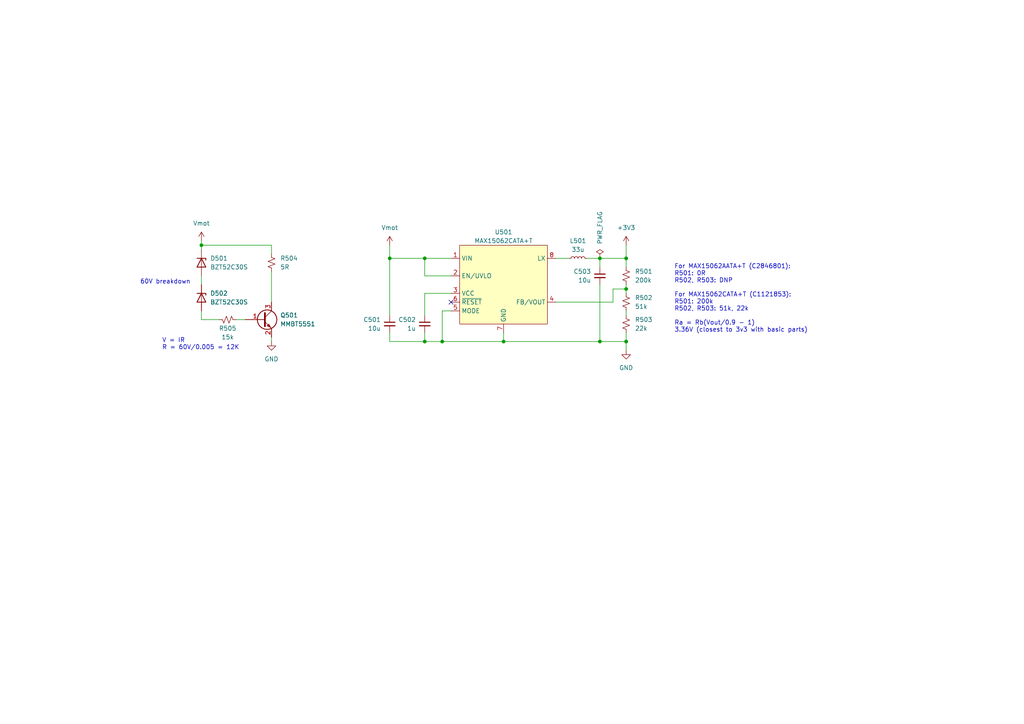
<source format=kicad_sch>
(kicad_sch (version 20230121) (generator eeschema)
  (paper "A4")
  (title_block (title "POWER SUPPLY & FILTERING") (date "2023-10-11") (rev "0.1") (company "matei repair lab"))
  (lib_symbols
    (symbol "Device:C_Small" (pin_numbers hide) (pin_names (offset 0.254) hide)
      (property "Reference" "C" (at 0.254 1.778 0))
      (property "Value" "C_Small" (at 0.254 -2.032 0))
      (symbol "C_Small_0_1"
        (polyline (pts (xy -1.524 -0.508) (xy 1.524 -0.508)) (stroke (width 0.3302)))
        (polyline (pts (xy -1.524 0.508) (xy 1.524 0.508)) (stroke (width 0.3048)))
      )
      (symbol "C_Small_1_1"
        (pin passive line (at 0 2.54 270) (length 2.032) (name "~") (number "1"))
        (pin passive line (at 0 -2.54 90) (length 2.032) (name "~") (number "2"))
      )
    )
    (symbol "Device:D_Zener" (pin_numbers hide) (pin_names (offset 1.016) hide)
      (property "Reference" "D" (at 0 2.54 0))
      (property "Value" "D_Zener" (at 0 -2.54 0))
      (symbol "D_Zener_0_1"
        (polyline (pts (xy 1.27 0) (xy -1.27 0)))
        (polyline (pts (xy -1.27 -1.27) (xy -1.27 1.27) (xy -0.762 1.27)) (stroke (width 0.254)))
        (polyline (pts (xy 1.27 -1.27) (xy 1.27 1.27) (xy -1.27 0) (xy 1.27 -1.27)) (stroke (width 0.254)))
      )
      (symbol "D_Zener_1_1"
        (pin passive line (at -3.81 0 0) (length 2.54) (name "K") (number "1"))
        (pin passive line (at 3.81 0 180) (length 2.54) (name "A") (number "2"))
      )
    )
    (symbol "Device:L_Small" (pin_numbers hide) (pin_names (offset 0.254) hide)
      (property "Reference" "L" (at 0.762 1.016 0))
      (property "Value" "L_Small" (at 0.762 -1.016 0))
      (symbol "L_Small_0_1"
        (arc (start 0 -2.032) (mid 0.5058 -1.524) (end 0 -1.016))
        (arc (start 0 -1.016) (mid 0.5058 -0.508) (end 0 0))
        (arc (start 0 0) (mid 0.5058 0.508) (end 0 1.016))
        (arc (start 0 1.016) (mid 0.5058 1.524) (end 0 2.032))
      )
      (symbol "L_Small_1_1"
        (pin passive line (at 0 2.54 270) (length 0.508) (name "~") (number "1"))
        (pin passive line (at 0 -2.54 90) (length 0.508) (name "~") (number "2"))
      )
    )
    (symbol "Device:R_Small_US" (pin_numbers hide) (pin_names (offset 0.254) hide)
      (property "Reference" "R" (at 0.762 0.508 0))
      (property "Value" "R_Small_US" (at 0.762 -1.016 0))
      (symbol "R_Small_US_1_1"
        (polyline (pts (xy 0 0) (xy 1.016 -0.381) (xy 0 -0.762) (xy -1.016 -1.143) (xy 0 -1.524)))
        (polyline (pts (xy 0 1.524) (xy 1.016 1.143) (xy 0 0.762) (xy -1.016 0.381) (xy 0 0)))
        (pin passive line (at 0 2.54 270) (length 1.016) (name "~") (number "1"))
        (pin passive line (at 0 -2.54 90) (length 1.016) (name "~") (number "2"))
      )
    )
    (symbol "Transistor_BJT:MMBT5551L" (pin_names (offset 0) hide)
      (property "Reference" "Q" (at 5.08 1.905 0))
      (property "Value" "MMBT5551L" (at 5.08 0 0))
      (symbol "MMBT5551L_0_1"
        (polyline (pts (xy 0.635 0.635) (xy 2.54 2.54)))
        (polyline (pts (xy 0.635 -0.635) (xy 2.54 -2.54) (xy 2.54 -2.54)))
        (polyline (pts (xy 0.635 1.905) (xy 0.635 -1.905) (xy 0.635 -1.905)) (stroke (width 0.508)))
        (polyline (pts (xy 1.27 -1.778) (xy 1.778 -1.27) (xy 2.286 -2.286) (xy 1.27 -1.778) (xy 1.27 -1.778)) (fill (type outline)))
        (circle (center 1.27 0) (radius 2.8194) (stroke (width 0.254)))
      )
      (symbol "MMBT5551L_1_1"
        (pin input line (at -5.08 0 0) (length 5.715) (name "B") (number "1"))
        (pin passive line (at 2.54 -5.08 90) (length 2.54) (name "E") (number "2"))
        (pin passive line (at 2.54 5.08 270) (length 2.54) (name "C") (number "3"))
      )
    )
    (symbol "easyeda2kicad:MAX15062CATA+T"
      (property "Reference" "U" (at 0 20.32 0))
      (property "Value" "MAX15062CATA+T" (at 0 17.78 0))
      (symbol "MAX15062CATA+T_0_1"
        (rectangle (start -12.7 16.51) (end 12.7 -6.35) (fill (type background)))
        (pin power_in line (at -15.24 12.7 0) (length 2.54) (name "VIN") (number "1"))
        (pin input line (at -15.24 7.62 0) (length 2.54) (name "EN/UVLO") (number "2"))
        (pin power_out line (at -15.24 2.54 0) (length 2.54) (name "VCC") (number "3"))
        (pin input line (at 15.24 0 180) (length 2.54) (name "FB/VOUT") (number "4"))
        (pin input line (at -15.24 -2.54 0) (length 2.54) (name "MODE") (number "5"))
        (pin input line (at -15.24 0 0) (length 2.54) (name "~{RESET}") (number "6"))
      )
      (symbol "MAX15062CATA+T_1_1"
        (pin power_in line (at 0 -8.89 90) (length 2.54) (name "GND") (number "7"))
        (pin power_out line (at 15.24 12.7 180) (length 2.54) (name "LX") (number "8"))
      )
    )
    (symbol "matei:Vmot" (power) (pin_names (offset 0))
      (property "Value" "Vmot" (at 0 3.81 0))
      (symbol "Vmot_0_1"
        (polyline (pts (xy -0.762 1.27) (xy 0 2.54)))
        (polyline (pts (xy 0 0) (xy 0 2.54)))
        (polyline (pts (xy 0 2.54) (xy 0.762 1.27)))
      )
      (symbol "Vmot_1_1"
        (pin power_in line (at 0 0 90) (length 0) hide (name "Vmot") (number "1"))
      )
    )
    (symbol "power:+3V3" (power) (pin_names (offset 0))
      (property "Value" "+3V3" (at 0 3.556 0))
      (symbol "+3V3_0_1"
        (polyline (pts (xy -0.762 1.27) (xy 0 2.54)))
        (polyline (pts (xy 0 0) (xy 0 2.54)))
        (polyline (pts (xy 0 2.54) (xy 0.762 1.27)))
      )
      (symbol "+3V3_1_1"
        (pin power_in line (at 0 0 90) (length 0) hide (name "+3V3") (number "1"))
      )
    )
    (symbol "power:GND" (power) (pin_names (offset 0))
      (property "Value" "GND" (at 0 -3.81 0))
      (symbol "GND_0_1"
        (polyline (pts (xy 0 0) (xy 0 -1.27) (xy 1.27 -1.27) (xy 0 -2.54) (xy -1.27 -1.27) (xy 0 -1.27)))
      )
      (symbol "GND_1_1"
        (pin power_in line (at 0 0 270) (length 0) hide (name "GND") (number "1"))
      )
    )
    (symbol "power:PWR_FLAG" (power) (pin_numbers hide) (pin_names (offset 0) hide)
      (property "Value" "PWR_FLAG" (at 0 3.81 0))
      (symbol "PWR_FLAG_0_0"
        (pin power_out line (at 0 0 90) (length 0) (name "pwr") (number "1"))
      )
      (symbol "PWR_FLAG_0_1"
        (polyline (pts (xy 0 0) (xy 0 1.27) (xy -1.016 1.905) (xy 0 2.54) (xy 1.016 1.905) (xy 0 1.27)))
      )
    )
  )
  (junction (at 123.19 99.06))
  (junction (at 181.61 83.82))
  (junction (at 146.05 99.06))
  (junction (at 113.03 74.93))
  (junction (at 173.99 74.93))
  (junction (at 173.99 99.06))
  (junction (at 123.19 74.93))
  (junction (at 58.42 71.12))
  (junction (at 181.61 74.93))
  (junction (at 128.27 99.06))
  (junction (at 181.61 99.06))
  (no_connect (at 130.81 87.63))
  (wire (pts (xy 181.61 82.55) (xy 181.61 83.82)))
  (wire (pts (xy 181.61 96.52) (xy 181.61 99.06)))
  (wire (pts (xy 58.42 90.17) (xy 58.42 92.71)))
  (wire (pts (xy 123.19 99.06) (xy 128.27 99.06)))
  (wire (pts (xy 113.03 74.93) (xy 113.03 91.44)))
  (wire (pts (xy 173.99 74.93) (xy 181.61 74.93)))
  (wire (pts (xy 58.42 71.12) (xy 58.42 72.39)))
  (wire (pts (xy 170.18 74.93) (xy 173.99 74.93)))
  (wire (pts (xy 181.61 83.82) (xy 177.8 83.82)))
  (wire (pts (xy 58.42 69.85) (xy 58.42 71.12)))
  (wire (pts (xy 181.61 74.93) (xy 181.61 77.47)))
  (wire (pts (xy 128.27 90.17) (xy 128.27 99.06)))
  (wire (pts (xy 177.8 83.82) (xy 177.8 87.63)))
  (wire (pts (xy 123.19 96.52) (xy 123.19 99.06)))
  (wire (pts (xy 181.61 83.82) (xy 181.61 85.09)))
  (wire (pts (xy 78.74 97.79) (xy 78.74 99.06)))
  (wire (pts (xy 173.99 99.06) (xy 181.61 99.06)))
  (wire (pts (xy 123.19 85.09) (xy 123.19 91.44)))
  (wire (pts (xy 78.74 78.74) (xy 78.74 87.63)))
  (wire (pts (xy 113.03 96.52) (xy 113.03 99.06)))
  (wire (pts (xy 113.03 74.93) (xy 123.19 74.93)))
  (wire (pts (xy 146.05 99.06) (xy 173.99 99.06)))
  (wire (pts (xy 113.03 99.06) (xy 123.19 99.06)))
  (wire (pts (xy 173.99 82.55) (xy 173.99 99.06)))
  (wire (pts (xy 130.81 90.17) (xy 128.27 90.17)))
  (wire (pts (xy 58.42 80.01) (xy 58.42 82.55)))
  (wire (pts (xy 181.61 90.17) (xy 181.61 91.44)))
  (wire (pts (xy 177.8 87.63) (xy 161.29 87.63)))
  (wire (pts (xy 173.99 74.93) (xy 173.99 77.47)))
  (wire (pts (xy 123.19 74.93) (xy 130.81 74.93)))
  (wire (pts (xy 181.61 71.12) (xy 181.61 74.93)))
  (wire (pts (xy 123.19 80.01) (xy 123.19 74.93)))
  (wire (pts (xy 128.27 99.06) (xy 146.05 99.06)))
  (wire (pts (xy 161.29 74.93) (xy 165.1 74.93)))
  (wire (pts (xy 58.42 71.12) (xy 78.74 71.12)))
  (wire (pts (xy 78.74 71.12) (xy 78.74 73.66)))
  (wire (pts (xy 181.61 99.06) (xy 181.61 101.6)))
  (wire (pts (xy 113.03 71.12) (xy 113.03 74.93)))
  (wire (pts (xy 146.05 96.52) (xy 146.05 99.06)))
  (wire (pts (xy 130.81 80.01) (xy 123.19 80.01)))
  (wire (pts (xy 130.81 85.09) (xy 123.19 85.09)))
  (wire (pts (xy 58.42 92.71) (xy 63.5 92.71)))
  (wire (pts (xy 68.58 92.71) (xy 71.12 92.71)))
  (text "60V breakdown" (at 40.64 82.55 0) (effects (font (size 1.27 1.27)) (justify left bottom)))
  (text "For MAX15062AATA+T (C2846801): \nR501: 0R\nR502, R503: DNP\n\nFor MAX15062CATA+T (C1121853):\nR501: 200k\nR502, R503: 51k, 22k\n\nRa = Rb(Vout/0.9 - 1)\n3.36V (closest to 3v3 with basic parts)" (at 195.58 96.52 0) (effects (font (size 1.27 1.27)) (justify left bottom)))
  (text "V = IR\nR = 60V/0.005 = 12K" (at 46.99 101.6 0) (effects (font (size 1.27 1.27)) (justify left bottom)))
  (symbol (lib_id "matei:Vmot") (at 113.03 71.12 0) (unit 1)
    (property "Reference" "#PWR0501" (effects hide))
    (property "Value" "Vmot" (at 113.03 66.04 0))
  )
  (symbol (lib_id "power:GND") (at 181.61 101.6 0) (unit 1)
    (property "Reference" "#PWR0503" (effects hide))
    (property "Value" "GND" (at 181.61 106.68 0))
  )
  (symbol (lib_id "Transistor_BJT:MMBT5551L") (at 76.2 92.71 0) (unit 1)
    (property "Reference" "Q501" (at 81.28 91.44 0) (effects (justify left)))
    (property "Value" "MMBT5551" (at 81.28 93.98 0) (effects (justify left)))
    (property "Footprint" "Package_TO_SOT_SMD:SOT-23" (effects hide))
    (property "Datasheet" "www.onsemi.com/pub/Collateral/MMBT5550LT1-D.PDF" (effects hide))
    (property "Sim.Device" "NPN" (effects hide))
    (property "Sim.Pins" "1=C 2=B 3=E" (effects hide))
    (property "LCSC Part" "C2145" (effects hide))
  )
  (symbol (lib_id "Device:C_Small") (at 123.19 93.98 0) (unit 1)
    (property "Reference" "C502" (at 120.65 92.7163 0) (effects (justify right)))
    (property "Value" "1u" (at 120.65 95.2563 0) (effects (justify right)))
    (property "Footprint" "Capacitor_SMD:C_0402_1005Metric" (effects hide))
    (property "LCSC Part" "C52923" (effects hide))
  )
  (symbol (lib_id "Device:R_Small_US") (at 66.04 92.71 90) (mirror x) (unit 1)
    (property "Reference" "R505" (at 66.04 95.25 90))
    (property "Value" "15k" (at 66.04 97.79 90))
    (property "Footprint" "Resistor_SMD:R_0402_1005Metric" (effects hide))
    (property "LCSC Part" "C25756" (effects hide))
  )
  (symbol (lib_id "easyeda2kicad:MAX15062CATA+T") (at 146.05 87.63 0) (unit 1)
    (property "Reference" "U501" (at 146.05 67.31 0))
    (property "Value" "MAX15062CATA+T" (at 146.05 69.85 0))
    (property "Footprint" "easyeda2kicad:TDFN-8_L2.0-W2.0-P0.50-BL" (effects hide))
    (property "LCSC Part" "C1121853" (effects hide))
  )
  (symbol (lib_id "Device:D_Zener") (at 58.42 86.36 270) (unit 1)
    (property "Reference" "D502" (at 60.96 85.09 90) (effects (justify left)))
    (property "Value" "BZT52C30S" (at 60.96 87.63 90) (effects (justify left)))
    (property "Footprint" "Diode_SMD:D_SOD-323" (effects hide))
    (property "LCSC Part" "C22622" (effects hide))
  )
  (symbol (lib_id "Device:R_Small_US") (at 181.61 93.98 0) (unit 1)
    (property "Reference" "R503" (at 184.15 92.71 0) (effects (justify left)))
    (property "Value" "22k" (at 184.15 95.25 0) (effects (justify left)))
    (property "Footprint" "Resistor_SMD:R_0402_1005Metric" (effects hide))
    (property "LCSC Part" "C25768" (effects hide))
  )
  (symbol (lib_id "Device:D_Zener") (at 58.42 76.2 270) (unit 1)
    (property "Reference" "D501" (at 60.96 74.93 90) (effects (justify left)))
    (property "Value" "BZT52C30S" (at 60.96 77.47 90) (effects (justify left)))
    (property "Footprint" "Diode_SMD:D_SOD-323" (effects hide))
    (property "LCSC Part" "C22622" (effects hide))
  )
  (symbol (lib_id "Device:R_Small_US") (at 78.74 76.2 0) (unit 1)
    (property "Reference" "R504" (at 81.28 74.93 0) (effects (justify left)))
    (property "Value" "5R" (at 81.28 77.47 0) (effects (justify left)))
    (property "Footprint" "Resistor_SMD:R_0603_1608Metric" (effects hide))
    (property "LCSC Part" "C22936" (effects hide))
  )
  (symbol (lib_id "power:PWR_FLAG") (at 173.99 74.93 0) (unit 1)
    (property "Reference" "#FLG0501" (effects hide))
    (property "Value" "PWR_FLAG" (at 173.99 66.04 90))
  )
  (symbol (lib_id "power:GND") (at 78.74 99.06 0) (unit 1)
    (property "Reference" "#PWR0505" (effects hide))
    (property "Value" "GND" (at 78.74 104.14 0))
  )
  (symbol (lib_id "power:+3V3") (at 181.61 71.12 0) (unit 1)
    (property "Reference" "#PWR0502" (effects hide))
    (property "Value" "+3V3" (at 181.61 66.04 0))
  )
  (symbol (lib_id "Device:L_Small") (at 167.64 74.93 90) (unit 1)
    (property "Reference" "L501" (at 167.64 69.85 90))
    (property "Value" "33u" (at 167.64 72.39 90))
    (property "Footprint" "Inductor_SMD:L_1210_3225Metric" (effects hide))
    (property "LCSC Part" "C394994" (effects hide))
  )
  (symbol (lib_id "matei:Vmot") (at 58.42 69.85 0) (unit 1)
    (property "Reference" "#PWR0504" (effects hide))
    (property "Value" "Vmot" (at 58.42 64.77 0))
  )
  (symbol (lib_id "Device:C_Small") (at 113.03 93.98 0) (unit 1)
    (property "Reference" "C501" (at 110.49 92.7163 0) (effects (justify right)))
    (property "Value" "10u" (at 110.49 95.2563 0) (effects (justify right)))
    (property "Footprint" "Capacitor_SMD:C_0805_2012Metric" (effects hide))
    (property "LCSC Part" "C440198" (effects hide))
  )
  (symbol (lib_id "Device:R_Small_US") (at 181.61 87.63 0) (unit 1)
    (property "Reference" "R502" (at 184.15 86.36 0) (effects (justify left)))
    (property "Value" "51k" (at 184.15 88.9 0) (effects (justify left)))
    (property "Footprint" "Resistor_SMD:R_0402_1005Metric" (effects hide))
    (property "LCSC Part" "C25794" (effects hide))
  )
  (symbol (lib_id "Device:C_Small") (at 173.99 80.01 0) (unit 1)
    (property "Reference" "C503" (at 171.45 78.7463 0) (effects (justify right)))
    (property "Value" "10u" (at 171.45 81.2863 0) (effects (justify right)))
    (property "Footprint" "Capacitor_SMD:C_0805_2012Metric" (effects hide))
    (property "LCSC Part" "C440198" (effects hide))
  )
  (symbol (lib_id "Device:R_Small_US") (at 181.61 80.01 0) (unit 1)
    (property "Reference" "R501" (at 184.15 78.74 0) (effects (justify left)))
    (property "Value" "200k" (at 184.15 81.28 0) (effects (justify left)))
    (property "Footprint" "Resistor_SMD:R_0402_1005Metric" (effects hide))
    (property "LCSC Part" "C25764" (effects hide))
  )
)
</source>
